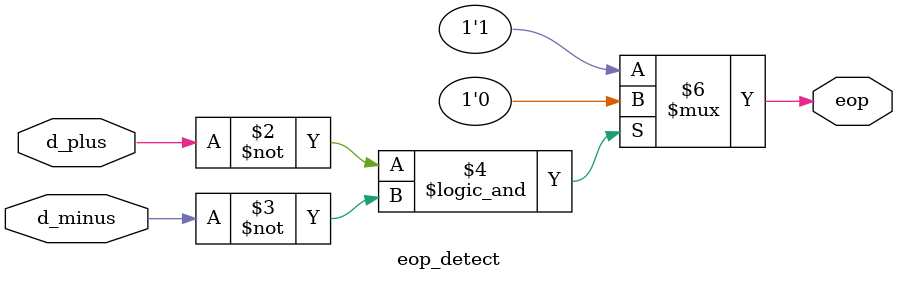
<source format=sv>
module eop_detect (
  input logic d_plus,
  input logic d_minus,
  output logic eop
);

always_comb begin
  if(d_plus == 0 && d_minus == 0)
    eop = 0;
  else
    eop = 1;
end
  
endmodule
</source>
